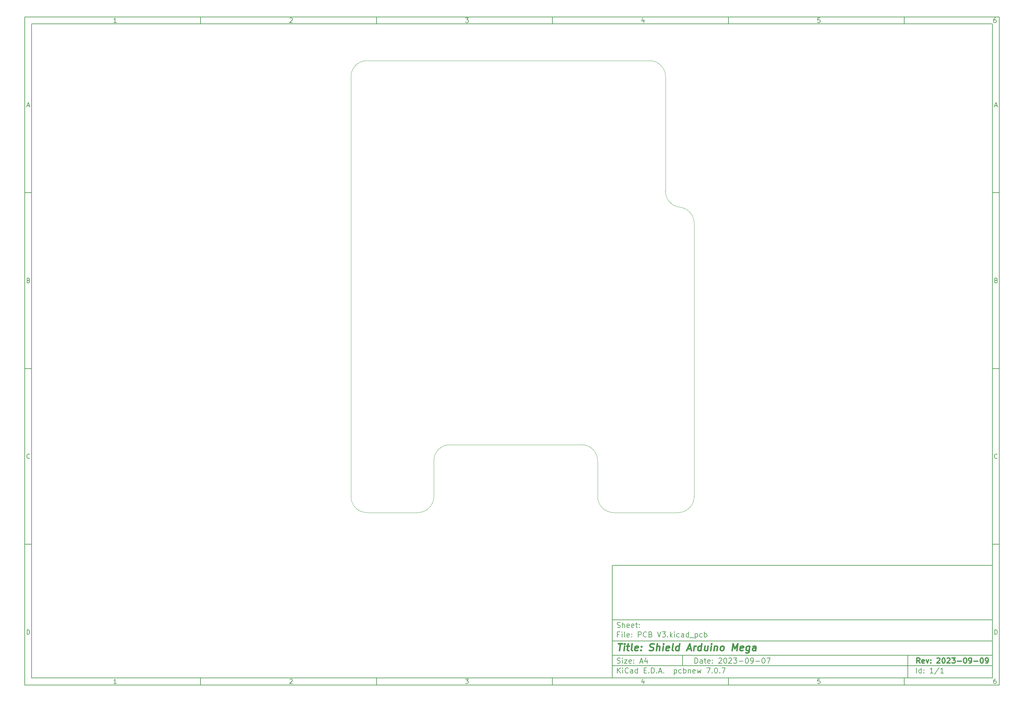
<source format=gbr>
%TF.GenerationSoftware,KiCad,Pcbnew,7.0.7*%
%TF.CreationDate,2023-09-09T19:16:14-03:00*%
%TF.ProjectId,PCB V3,50434220-5633-42e6-9b69-6361645f7063,2023-09-09*%
%TF.SameCoordinates,Original*%
%TF.FileFunction,Profile,NP*%
%FSLAX46Y46*%
G04 Gerber Fmt 4.6, Leading zero omitted, Abs format (unit mm)*
G04 Created by KiCad (PCBNEW 7.0.7) date 2023-09-09 19:16:14*
%MOMM*%
%LPD*%
G01*
G04 APERTURE LIST*
%ADD10C,0.100000*%
%ADD11C,0.150000*%
%ADD12C,0.300000*%
%ADD13C,0.400000*%
%TA.AperFunction,Profile*%
%ADD14C,0.100000*%
%TD*%
G04 APERTURE END LIST*
D10*
D11*
X177002200Y-166007200D02*
X285002200Y-166007200D01*
X285002200Y-198007200D01*
X177002200Y-198007200D01*
X177002200Y-166007200D01*
D10*
D11*
X10000000Y-10000000D02*
X287002200Y-10000000D01*
X287002200Y-200007200D01*
X10000000Y-200007200D01*
X10000000Y-10000000D01*
D10*
D11*
X12000000Y-12000000D02*
X285002200Y-12000000D01*
X285002200Y-198007200D01*
X12000000Y-198007200D01*
X12000000Y-12000000D01*
D10*
D11*
X60000000Y-12000000D02*
X60000000Y-10000000D01*
D10*
D11*
X110000000Y-12000000D02*
X110000000Y-10000000D01*
D10*
D11*
X160000000Y-12000000D02*
X160000000Y-10000000D01*
D10*
D11*
X210000000Y-12000000D02*
X210000000Y-10000000D01*
D10*
D11*
X260000000Y-12000000D02*
X260000000Y-10000000D01*
D10*
D11*
X36089160Y-11593604D02*
X35346303Y-11593604D01*
X35717731Y-11593604D02*
X35717731Y-10293604D01*
X35717731Y-10293604D02*
X35593922Y-10479319D01*
X35593922Y-10479319D02*
X35470112Y-10603128D01*
X35470112Y-10603128D02*
X35346303Y-10665033D01*
D10*
D11*
X85346303Y-10417414D02*
X85408207Y-10355509D01*
X85408207Y-10355509D02*
X85532017Y-10293604D01*
X85532017Y-10293604D02*
X85841541Y-10293604D01*
X85841541Y-10293604D02*
X85965350Y-10355509D01*
X85965350Y-10355509D02*
X86027255Y-10417414D01*
X86027255Y-10417414D02*
X86089160Y-10541223D01*
X86089160Y-10541223D02*
X86089160Y-10665033D01*
X86089160Y-10665033D02*
X86027255Y-10850747D01*
X86027255Y-10850747D02*
X85284398Y-11593604D01*
X85284398Y-11593604D02*
X86089160Y-11593604D01*
D10*
D11*
X135284398Y-10293604D02*
X136089160Y-10293604D01*
X136089160Y-10293604D02*
X135655826Y-10788842D01*
X135655826Y-10788842D02*
X135841541Y-10788842D01*
X135841541Y-10788842D02*
X135965350Y-10850747D01*
X135965350Y-10850747D02*
X136027255Y-10912652D01*
X136027255Y-10912652D02*
X136089160Y-11036461D01*
X136089160Y-11036461D02*
X136089160Y-11345985D01*
X136089160Y-11345985D02*
X136027255Y-11469795D01*
X136027255Y-11469795D02*
X135965350Y-11531700D01*
X135965350Y-11531700D02*
X135841541Y-11593604D01*
X135841541Y-11593604D02*
X135470112Y-11593604D01*
X135470112Y-11593604D02*
X135346303Y-11531700D01*
X135346303Y-11531700D02*
X135284398Y-11469795D01*
D10*
D11*
X185965350Y-10726938D02*
X185965350Y-11593604D01*
X185655826Y-10231700D02*
X185346303Y-11160271D01*
X185346303Y-11160271D02*
X186151064Y-11160271D01*
D10*
D11*
X236027255Y-10293604D02*
X235408207Y-10293604D01*
X235408207Y-10293604D02*
X235346303Y-10912652D01*
X235346303Y-10912652D02*
X235408207Y-10850747D01*
X235408207Y-10850747D02*
X235532017Y-10788842D01*
X235532017Y-10788842D02*
X235841541Y-10788842D01*
X235841541Y-10788842D02*
X235965350Y-10850747D01*
X235965350Y-10850747D02*
X236027255Y-10912652D01*
X236027255Y-10912652D02*
X236089160Y-11036461D01*
X236089160Y-11036461D02*
X236089160Y-11345985D01*
X236089160Y-11345985D02*
X236027255Y-11469795D01*
X236027255Y-11469795D02*
X235965350Y-11531700D01*
X235965350Y-11531700D02*
X235841541Y-11593604D01*
X235841541Y-11593604D02*
X235532017Y-11593604D01*
X235532017Y-11593604D02*
X235408207Y-11531700D01*
X235408207Y-11531700D02*
X235346303Y-11469795D01*
D10*
D11*
X285965350Y-10293604D02*
X285717731Y-10293604D01*
X285717731Y-10293604D02*
X285593922Y-10355509D01*
X285593922Y-10355509D02*
X285532017Y-10417414D01*
X285532017Y-10417414D02*
X285408207Y-10603128D01*
X285408207Y-10603128D02*
X285346303Y-10850747D01*
X285346303Y-10850747D02*
X285346303Y-11345985D01*
X285346303Y-11345985D02*
X285408207Y-11469795D01*
X285408207Y-11469795D02*
X285470112Y-11531700D01*
X285470112Y-11531700D02*
X285593922Y-11593604D01*
X285593922Y-11593604D02*
X285841541Y-11593604D01*
X285841541Y-11593604D02*
X285965350Y-11531700D01*
X285965350Y-11531700D02*
X286027255Y-11469795D01*
X286027255Y-11469795D02*
X286089160Y-11345985D01*
X286089160Y-11345985D02*
X286089160Y-11036461D01*
X286089160Y-11036461D02*
X286027255Y-10912652D01*
X286027255Y-10912652D02*
X285965350Y-10850747D01*
X285965350Y-10850747D02*
X285841541Y-10788842D01*
X285841541Y-10788842D02*
X285593922Y-10788842D01*
X285593922Y-10788842D02*
X285470112Y-10850747D01*
X285470112Y-10850747D02*
X285408207Y-10912652D01*
X285408207Y-10912652D02*
X285346303Y-11036461D01*
D10*
D11*
X60000000Y-198007200D02*
X60000000Y-200007200D01*
D10*
D11*
X110000000Y-198007200D02*
X110000000Y-200007200D01*
D10*
D11*
X160000000Y-198007200D02*
X160000000Y-200007200D01*
D10*
D11*
X210000000Y-198007200D02*
X210000000Y-200007200D01*
D10*
D11*
X260000000Y-198007200D02*
X260000000Y-200007200D01*
D10*
D11*
X36089160Y-199600804D02*
X35346303Y-199600804D01*
X35717731Y-199600804D02*
X35717731Y-198300804D01*
X35717731Y-198300804D02*
X35593922Y-198486519D01*
X35593922Y-198486519D02*
X35470112Y-198610328D01*
X35470112Y-198610328D02*
X35346303Y-198672233D01*
D10*
D11*
X85346303Y-198424614D02*
X85408207Y-198362709D01*
X85408207Y-198362709D02*
X85532017Y-198300804D01*
X85532017Y-198300804D02*
X85841541Y-198300804D01*
X85841541Y-198300804D02*
X85965350Y-198362709D01*
X85965350Y-198362709D02*
X86027255Y-198424614D01*
X86027255Y-198424614D02*
X86089160Y-198548423D01*
X86089160Y-198548423D02*
X86089160Y-198672233D01*
X86089160Y-198672233D02*
X86027255Y-198857947D01*
X86027255Y-198857947D02*
X85284398Y-199600804D01*
X85284398Y-199600804D02*
X86089160Y-199600804D01*
D10*
D11*
X135284398Y-198300804D02*
X136089160Y-198300804D01*
X136089160Y-198300804D02*
X135655826Y-198796042D01*
X135655826Y-198796042D02*
X135841541Y-198796042D01*
X135841541Y-198796042D02*
X135965350Y-198857947D01*
X135965350Y-198857947D02*
X136027255Y-198919852D01*
X136027255Y-198919852D02*
X136089160Y-199043661D01*
X136089160Y-199043661D02*
X136089160Y-199353185D01*
X136089160Y-199353185D02*
X136027255Y-199476995D01*
X136027255Y-199476995D02*
X135965350Y-199538900D01*
X135965350Y-199538900D02*
X135841541Y-199600804D01*
X135841541Y-199600804D02*
X135470112Y-199600804D01*
X135470112Y-199600804D02*
X135346303Y-199538900D01*
X135346303Y-199538900D02*
X135284398Y-199476995D01*
D10*
D11*
X185965350Y-198734138D02*
X185965350Y-199600804D01*
X185655826Y-198238900D02*
X185346303Y-199167471D01*
X185346303Y-199167471D02*
X186151064Y-199167471D01*
D10*
D11*
X236027255Y-198300804D02*
X235408207Y-198300804D01*
X235408207Y-198300804D02*
X235346303Y-198919852D01*
X235346303Y-198919852D02*
X235408207Y-198857947D01*
X235408207Y-198857947D02*
X235532017Y-198796042D01*
X235532017Y-198796042D02*
X235841541Y-198796042D01*
X235841541Y-198796042D02*
X235965350Y-198857947D01*
X235965350Y-198857947D02*
X236027255Y-198919852D01*
X236027255Y-198919852D02*
X236089160Y-199043661D01*
X236089160Y-199043661D02*
X236089160Y-199353185D01*
X236089160Y-199353185D02*
X236027255Y-199476995D01*
X236027255Y-199476995D02*
X235965350Y-199538900D01*
X235965350Y-199538900D02*
X235841541Y-199600804D01*
X235841541Y-199600804D02*
X235532017Y-199600804D01*
X235532017Y-199600804D02*
X235408207Y-199538900D01*
X235408207Y-199538900D02*
X235346303Y-199476995D01*
D10*
D11*
X285965350Y-198300804D02*
X285717731Y-198300804D01*
X285717731Y-198300804D02*
X285593922Y-198362709D01*
X285593922Y-198362709D02*
X285532017Y-198424614D01*
X285532017Y-198424614D02*
X285408207Y-198610328D01*
X285408207Y-198610328D02*
X285346303Y-198857947D01*
X285346303Y-198857947D02*
X285346303Y-199353185D01*
X285346303Y-199353185D02*
X285408207Y-199476995D01*
X285408207Y-199476995D02*
X285470112Y-199538900D01*
X285470112Y-199538900D02*
X285593922Y-199600804D01*
X285593922Y-199600804D02*
X285841541Y-199600804D01*
X285841541Y-199600804D02*
X285965350Y-199538900D01*
X285965350Y-199538900D02*
X286027255Y-199476995D01*
X286027255Y-199476995D02*
X286089160Y-199353185D01*
X286089160Y-199353185D02*
X286089160Y-199043661D01*
X286089160Y-199043661D02*
X286027255Y-198919852D01*
X286027255Y-198919852D02*
X285965350Y-198857947D01*
X285965350Y-198857947D02*
X285841541Y-198796042D01*
X285841541Y-198796042D02*
X285593922Y-198796042D01*
X285593922Y-198796042D02*
X285470112Y-198857947D01*
X285470112Y-198857947D02*
X285408207Y-198919852D01*
X285408207Y-198919852D02*
X285346303Y-199043661D01*
D10*
D11*
X10000000Y-60000000D02*
X12000000Y-60000000D01*
D10*
D11*
X10000000Y-110000000D02*
X12000000Y-110000000D01*
D10*
D11*
X10000000Y-160000000D02*
X12000000Y-160000000D01*
D10*
D11*
X10690476Y-35222176D02*
X11309523Y-35222176D01*
X10566666Y-35593604D02*
X10999999Y-34293604D01*
X10999999Y-34293604D02*
X11433333Y-35593604D01*
D10*
D11*
X11092857Y-84912652D02*
X11278571Y-84974557D01*
X11278571Y-84974557D02*
X11340476Y-85036461D01*
X11340476Y-85036461D02*
X11402380Y-85160271D01*
X11402380Y-85160271D02*
X11402380Y-85345985D01*
X11402380Y-85345985D02*
X11340476Y-85469795D01*
X11340476Y-85469795D02*
X11278571Y-85531700D01*
X11278571Y-85531700D02*
X11154761Y-85593604D01*
X11154761Y-85593604D02*
X10659523Y-85593604D01*
X10659523Y-85593604D02*
X10659523Y-84293604D01*
X10659523Y-84293604D02*
X11092857Y-84293604D01*
X11092857Y-84293604D02*
X11216666Y-84355509D01*
X11216666Y-84355509D02*
X11278571Y-84417414D01*
X11278571Y-84417414D02*
X11340476Y-84541223D01*
X11340476Y-84541223D02*
X11340476Y-84665033D01*
X11340476Y-84665033D02*
X11278571Y-84788842D01*
X11278571Y-84788842D02*
X11216666Y-84850747D01*
X11216666Y-84850747D02*
X11092857Y-84912652D01*
X11092857Y-84912652D02*
X10659523Y-84912652D01*
D10*
D11*
X11402380Y-135469795D02*
X11340476Y-135531700D01*
X11340476Y-135531700D02*
X11154761Y-135593604D01*
X11154761Y-135593604D02*
X11030952Y-135593604D01*
X11030952Y-135593604D02*
X10845238Y-135531700D01*
X10845238Y-135531700D02*
X10721428Y-135407890D01*
X10721428Y-135407890D02*
X10659523Y-135284080D01*
X10659523Y-135284080D02*
X10597619Y-135036461D01*
X10597619Y-135036461D02*
X10597619Y-134850747D01*
X10597619Y-134850747D02*
X10659523Y-134603128D01*
X10659523Y-134603128D02*
X10721428Y-134479319D01*
X10721428Y-134479319D02*
X10845238Y-134355509D01*
X10845238Y-134355509D02*
X11030952Y-134293604D01*
X11030952Y-134293604D02*
X11154761Y-134293604D01*
X11154761Y-134293604D02*
X11340476Y-134355509D01*
X11340476Y-134355509D02*
X11402380Y-134417414D01*
D10*
D11*
X10659523Y-185593604D02*
X10659523Y-184293604D01*
X10659523Y-184293604D02*
X10969047Y-184293604D01*
X10969047Y-184293604D02*
X11154761Y-184355509D01*
X11154761Y-184355509D02*
X11278571Y-184479319D01*
X11278571Y-184479319D02*
X11340476Y-184603128D01*
X11340476Y-184603128D02*
X11402380Y-184850747D01*
X11402380Y-184850747D02*
X11402380Y-185036461D01*
X11402380Y-185036461D02*
X11340476Y-185284080D01*
X11340476Y-185284080D02*
X11278571Y-185407890D01*
X11278571Y-185407890D02*
X11154761Y-185531700D01*
X11154761Y-185531700D02*
X10969047Y-185593604D01*
X10969047Y-185593604D02*
X10659523Y-185593604D01*
D10*
D11*
X287002200Y-60000000D02*
X285002200Y-60000000D01*
D10*
D11*
X287002200Y-110000000D02*
X285002200Y-110000000D01*
D10*
D11*
X287002200Y-160000000D02*
X285002200Y-160000000D01*
D10*
D11*
X285692676Y-35222176D02*
X286311723Y-35222176D01*
X285568866Y-35593604D02*
X286002199Y-34293604D01*
X286002199Y-34293604D02*
X286435533Y-35593604D01*
D10*
D11*
X286095057Y-84912652D02*
X286280771Y-84974557D01*
X286280771Y-84974557D02*
X286342676Y-85036461D01*
X286342676Y-85036461D02*
X286404580Y-85160271D01*
X286404580Y-85160271D02*
X286404580Y-85345985D01*
X286404580Y-85345985D02*
X286342676Y-85469795D01*
X286342676Y-85469795D02*
X286280771Y-85531700D01*
X286280771Y-85531700D02*
X286156961Y-85593604D01*
X286156961Y-85593604D02*
X285661723Y-85593604D01*
X285661723Y-85593604D02*
X285661723Y-84293604D01*
X285661723Y-84293604D02*
X286095057Y-84293604D01*
X286095057Y-84293604D02*
X286218866Y-84355509D01*
X286218866Y-84355509D02*
X286280771Y-84417414D01*
X286280771Y-84417414D02*
X286342676Y-84541223D01*
X286342676Y-84541223D02*
X286342676Y-84665033D01*
X286342676Y-84665033D02*
X286280771Y-84788842D01*
X286280771Y-84788842D02*
X286218866Y-84850747D01*
X286218866Y-84850747D02*
X286095057Y-84912652D01*
X286095057Y-84912652D02*
X285661723Y-84912652D01*
D10*
D11*
X286404580Y-135469795D02*
X286342676Y-135531700D01*
X286342676Y-135531700D02*
X286156961Y-135593604D01*
X286156961Y-135593604D02*
X286033152Y-135593604D01*
X286033152Y-135593604D02*
X285847438Y-135531700D01*
X285847438Y-135531700D02*
X285723628Y-135407890D01*
X285723628Y-135407890D02*
X285661723Y-135284080D01*
X285661723Y-135284080D02*
X285599819Y-135036461D01*
X285599819Y-135036461D02*
X285599819Y-134850747D01*
X285599819Y-134850747D02*
X285661723Y-134603128D01*
X285661723Y-134603128D02*
X285723628Y-134479319D01*
X285723628Y-134479319D02*
X285847438Y-134355509D01*
X285847438Y-134355509D02*
X286033152Y-134293604D01*
X286033152Y-134293604D02*
X286156961Y-134293604D01*
X286156961Y-134293604D02*
X286342676Y-134355509D01*
X286342676Y-134355509D02*
X286404580Y-134417414D01*
D10*
D11*
X285661723Y-185593604D02*
X285661723Y-184293604D01*
X285661723Y-184293604D02*
X285971247Y-184293604D01*
X285971247Y-184293604D02*
X286156961Y-184355509D01*
X286156961Y-184355509D02*
X286280771Y-184479319D01*
X286280771Y-184479319D02*
X286342676Y-184603128D01*
X286342676Y-184603128D02*
X286404580Y-184850747D01*
X286404580Y-184850747D02*
X286404580Y-185036461D01*
X286404580Y-185036461D02*
X286342676Y-185284080D01*
X286342676Y-185284080D02*
X286280771Y-185407890D01*
X286280771Y-185407890D02*
X286156961Y-185531700D01*
X286156961Y-185531700D02*
X285971247Y-185593604D01*
X285971247Y-185593604D02*
X285661723Y-185593604D01*
D10*
D11*
X200458026Y-193793328D02*
X200458026Y-192293328D01*
X200458026Y-192293328D02*
X200815169Y-192293328D01*
X200815169Y-192293328D02*
X201029455Y-192364757D01*
X201029455Y-192364757D02*
X201172312Y-192507614D01*
X201172312Y-192507614D02*
X201243741Y-192650471D01*
X201243741Y-192650471D02*
X201315169Y-192936185D01*
X201315169Y-192936185D02*
X201315169Y-193150471D01*
X201315169Y-193150471D02*
X201243741Y-193436185D01*
X201243741Y-193436185D02*
X201172312Y-193579042D01*
X201172312Y-193579042D02*
X201029455Y-193721900D01*
X201029455Y-193721900D02*
X200815169Y-193793328D01*
X200815169Y-193793328D02*
X200458026Y-193793328D01*
X202600884Y-193793328D02*
X202600884Y-193007614D01*
X202600884Y-193007614D02*
X202529455Y-192864757D01*
X202529455Y-192864757D02*
X202386598Y-192793328D01*
X202386598Y-192793328D02*
X202100884Y-192793328D01*
X202100884Y-192793328D02*
X201958026Y-192864757D01*
X202600884Y-193721900D02*
X202458026Y-193793328D01*
X202458026Y-193793328D02*
X202100884Y-193793328D01*
X202100884Y-193793328D02*
X201958026Y-193721900D01*
X201958026Y-193721900D02*
X201886598Y-193579042D01*
X201886598Y-193579042D02*
X201886598Y-193436185D01*
X201886598Y-193436185D02*
X201958026Y-193293328D01*
X201958026Y-193293328D02*
X202100884Y-193221900D01*
X202100884Y-193221900D02*
X202458026Y-193221900D01*
X202458026Y-193221900D02*
X202600884Y-193150471D01*
X203100884Y-192793328D02*
X203672312Y-192793328D01*
X203315169Y-192293328D02*
X203315169Y-193579042D01*
X203315169Y-193579042D02*
X203386598Y-193721900D01*
X203386598Y-193721900D02*
X203529455Y-193793328D01*
X203529455Y-193793328D02*
X203672312Y-193793328D01*
X204743741Y-193721900D02*
X204600884Y-193793328D01*
X204600884Y-193793328D02*
X204315170Y-193793328D01*
X204315170Y-193793328D02*
X204172312Y-193721900D01*
X204172312Y-193721900D02*
X204100884Y-193579042D01*
X204100884Y-193579042D02*
X204100884Y-193007614D01*
X204100884Y-193007614D02*
X204172312Y-192864757D01*
X204172312Y-192864757D02*
X204315170Y-192793328D01*
X204315170Y-192793328D02*
X204600884Y-192793328D01*
X204600884Y-192793328D02*
X204743741Y-192864757D01*
X204743741Y-192864757D02*
X204815170Y-193007614D01*
X204815170Y-193007614D02*
X204815170Y-193150471D01*
X204815170Y-193150471D02*
X204100884Y-193293328D01*
X205458026Y-193650471D02*
X205529455Y-193721900D01*
X205529455Y-193721900D02*
X205458026Y-193793328D01*
X205458026Y-193793328D02*
X205386598Y-193721900D01*
X205386598Y-193721900D02*
X205458026Y-193650471D01*
X205458026Y-193650471D02*
X205458026Y-193793328D01*
X205458026Y-192864757D02*
X205529455Y-192936185D01*
X205529455Y-192936185D02*
X205458026Y-193007614D01*
X205458026Y-193007614D02*
X205386598Y-192936185D01*
X205386598Y-192936185D02*
X205458026Y-192864757D01*
X205458026Y-192864757D02*
X205458026Y-193007614D01*
X207243741Y-192436185D02*
X207315169Y-192364757D01*
X207315169Y-192364757D02*
X207458027Y-192293328D01*
X207458027Y-192293328D02*
X207815169Y-192293328D01*
X207815169Y-192293328D02*
X207958027Y-192364757D01*
X207958027Y-192364757D02*
X208029455Y-192436185D01*
X208029455Y-192436185D02*
X208100884Y-192579042D01*
X208100884Y-192579042D02*
X208100884Y-192721900D01*
X208100884Y-192721900D02*
X208029455Y-192936185D01*
X208029455Y-192936185D02*
X207172312Y-193793328D01*
X207172312Y-193793328D02*
X208100884Y-193793328D01*
X209029455Y-192293328D02*
X209172312Y-192293328D01*
X209172312Y-192293328D02*
X209315169Y-192364757D01*
X209315169Y-192364757D02*
X209386598Y-192436185D01*
X209386598Y-192436185D02*
X209458026Y-192579042D01*
X209458026Y-192579042D02*
X209529455Y-192864757D01*
X209529455Y-192864757D02*
X209529455Y-193221900D01*
X209529455Y-193221900D02*
X209458026Y-193507614D01*
X209458026Y-193507614D02*
X209386598Y-193650471D01*
X209386598Y-193650471D02*
X209315169Y-193721900D01*
X209315169Y-193721900D02*
X209172312Y-193793328D01*
X209172312Y-193793328D02*
X209029455Y-193793328D01*
X209029455Y-193793328D02*
X208886598Y-193721900D01*
X208886598Y-193721900D02*
X208815169Y-193650471D01*
X208815169Y-193650471D02*
X208743740Y-193507614D01*
X208743740Y-193507614D02*
X208672312Y-193221900D01*
X208672312Y-193221900D02*
X208672312Y-192864757D01*
X208672312Y-192864757D02*
X208743740Y-192579042D01*
X208743740Y-192579042D02*
X208815169Y-192436185D01*
X208815169Y-192436185D02*
X208886598Y-192364757D01*
X208886598Y-192364757D02*
X209029455Y-192293328D01*
X210100883Y-192436185D02*
X210172311Y-192364757D01*
X210172311Y-192364757D02*
X210315169Y-192293328D01*
X210315169Y-192293328D02*
X210672311Y-192293328D01*
X210672311Y-192293328D02*
X210815169Y-192364757D01*
X210815169Y-192364757D02*
X210886597Y-192436185D01*
X210886597Y-192436185D02*
X210958026Y-192579042D01*
X210958026Y-192579042D02*
X210958026Y-192721900D01*
X210958026Y-192721900D02*
X210886597Y-192936185D01*
X210886597Y-192936185D02*
X210029454Y-193793328D01*
X210029454Y-193793328D02*
X210958026Y-193793328D01*
X211458025Y-192293328D02*
X212386597Y-192293328D01*
X212386597Y-192293328D02*
X211886597Y-192864757D01*
X211886597Y-192864757D02*
X212100882Y-192864757D01*
X212100882Y-192864757D02*
X212243740Y-192936185D01*
X212243740Y-192936185D02*
X212315168Y-193007614D01*
X212315168Y-193007614D02*
X212386597Y-193150471D01*
X212386597Y-193150471D02*
X212386597Y-193507614D01*
X212386597Y-193507614D02*
X212315168Y-193650471D01*
X212315168Y-193650471D02*
X212243740Y-193721900D01*
X212243740Y-193721900D02*
X212100882Y-193793328D01*
X212100882Y-193793328D02*
X211672311Y-193793328D01*
X211672311Y-193793328D02*
X211529454Y-193721900D01*
X211529454Y-193721900D02*
X211458025Y-193650471D01*
X213029453Y-193221900D02*
X214172311Y-193221900D01*
X215172311Y-192293328D02*
X215315168Y-192293328D01*
X215315168Y-192293328D02*
X215458025Y-192364757D01*
X215458025Y-192364757D02*
X215529454Y-192436185D01*
X215529454Y-192436185D02*
X215600882Y-192579042D01*
X215600882Y-192579042D02*
X215672311Y-192864757D01*
X215672311Y-192864757D02*
X215672311Y-193221900D01*
X215672311Y-193221900D02*
X215600882Y-193507614D01*
X215600882Y-193507614D02*
X215529454Y-193650471D01*
X215529454Y-193650471D02*
X215458025Y-193721900D01*
X215458025Y-193721900D02*
X215315168Y-193793328D01*
X215315168Y-193793328D02*
X215172311Y-193793328D01*
X215172311Y-193793328D02*
X215029454Y-193721900D01*
X215029454Y-193721900D02*
X214958025Y-193650471D01*
X214958025Y-193650471D02*
X214886596Y-193507614D01*
X214886596Y-193507614D02*
X214815168Y-193221900D01*
X214815168Y-193221900D02*
X214815168Y-192864757D01*
X214815168Y-192864757D02*
X214886596Y-192579042D01*
X214886596Y-192579042D02*
X214958025Y-192436185D01*
X214958025Y-192436185D02*
X215029454Y-192364757D01*
X215029454Y-192364757D02*
X215172311Y-192293328D01*
X216386596Y-193793328D02*
X216672310Y-193793328D01*
X216672310Y-193793328D02*
X216815167Y-193721900D01*
X216815167Y-193721900D02*
X216886596Y-193650471D01*
X216886596Y-193650471D02*
X217029453Y-193436185D01*
X217029453Y-193436185D02*
X217100882Y-193150471D01*
X217100882Y-193150471D02*
X217100882Y-192579042D01*
X217100882Y-192579042D02*
X217029453Y-192436185D01*
X217029453Y-192436185D02*
X216958025Y-192364757D01*
X216958025Y-192364757D02*
X216815167Y-192293328D01*
X216815167Y-192293328D02*
X216529453Y-192293328D01*
X216529453Y-192293328D02*
X216386596Y-192364757D01*
X216386596Y-192364757D02*
X216315167Y-192436185D01*
X216315167Y-192436185D02*
X216243739Y-192579042D01*
X216243739Y-192579042D02*
X216243739Y-192936185D01*
X216243739Y-192936185D02*
X216315167Y-193079042D01*
X216315167Y-193079042D02*
X216386596Y-193150471D01*
X216386596Y-193150471D02*
X216529453Y-193221900D01*
X216529453Y-193221900D02*
X216815167Y-193221900D01*
X216815167Y-193221900D02*
X216958025Y-193150471D01*
X216958025Y-193150471D02*
X217029453Y-193079042D01*
X217029453Y-193079042D02*
X217100882Y-192936185D01*
X217743738Y-193221900D02*
X218886596Y-193221900D01*
X219886596Y-192293328D02*
X220029453Y-192293328D01*
X220029453Y-192293328D02*
X220172310Y-192364757D01*
X220172310Y-192364757D02*
X220243739Y-192436185D01*
X220243739Y-192436185D02*
X220315167Y-192579042D01*
X220315167Y-192579042D02*
X220386596Y-192864757D01*
X220386596Y-192864757D02*
X220386596Y-193221900D01*
X220386596Y-193221900D02*
X220315167Y-193507614D01*
X220315167Y-193507614D02*
X220243739Y-193650471D01*
X220243739Y-193650471D02*
X220172310Y-193721900D01*
X220172310Y-193721900D02*
X220029453Y-193793328D01*
X220029453Y-193793328D02*
X219886596Y-193793328D01*
X219886596Y-193793328D02*
X219743739Y-193721900D01*
X219743739Y-193721900D02*
X219672310Y-193650471D01*
X219672310Y-193650471D02*
X219600881Y-193507614D01*
X219600881Y-193507614D02*
X219529453Y-193221900D01*
X219529453Y-193221900D02*
X219529453Y-192864757D01*
X219529453Y-192864757D02*
X219600881Y-192579042D01*
X219600881Y-192579042D02*
X219672310Y-192436185D01*
X219672310Y-192436185D02*
X219743739Y-192364757D01*
X219743739Y-192364757D02*
X219886596Y-192293328D01*
X220886595Y-192293328D02*
X221886595Y-192293328D01*
X221886595Y-192293328D02*
X221243738Y-193793328D01*
D10*
D11*
X177002200Y-194507200D02*
X285002200Y-194507200D01*
D10*
D11*
X178458026Y-196593328D02*
X178458026Y-195093328D01*
X179315169Y-196593328D02*
X178672312Y-195736185D01*
X179315169Y-195093328D02*
X178458026Y-195950471D01*
X179958026Y-196593328D02*
X179958026Y-195593328D01*
X179958026Y-195093328D02*
X179886598Y-195164757D01*
X179886598Y-195164757D02*
X179958026Y-195236185D01*
X179958026Y-195236185D02*
X180029455Y-195164757D01*
X180029455Y-195164757D02*
X179958026Y-195093328D01*
X179958026Y-195093328D02*
X179958026Y-195236185D01*
X181529455Y-196450471D02*
X181458027Y-196521900D01*
X181458027Y-196521900D02*
X181243741Y-196593328D01*
X181243741Y-196593328D02*
X181100884Y-196593328D01*
X181100884Y-196593328D02*
X180886598Y-196521900D01*
X180886598Y-196521900D02*
X180743741Y-196379042D01*
X180743741Y-196379042D02*
X180672312Y-196236185D01*
X180672312Y-196236185D02*
X180600884Y-195950471D01*
X180600884Y-195950471D02*
X180600884Y-195736185D01*
X180600884Y-195736185D02*
X180672312Y-195450471D01*
X180672312Y-195450471D02*
X180743741Y-195307614D01*
X180743741Y-195307614D02*
X180886598Y-195164757D01*
X180886598Y-195164757D02*
X181100884Y-195093328D01*
X181100884Y-195093328D02*
X181243741Y-195093328D01*
X181243741Y-195093328D02*
X181458027Y-195164757D01*
X181458027Y-195164757D02*
X181529455Y-195236185D01*
X182815170Y-196593328D02*
X182815170Y-195807614D01*
X182815170Y-195807614D02*
X182743741Y-195664757D01*
X182743741Y-195664757D02*
X182600884Y-195593328D01*
X182600884Y-195593328D02*
X182315170Y-195593328D01*
X182315170Y-195593328D02*
X182172312Y-195664757D01*
X182815170Y-196521900D02*
X182672312Y-196593328D01*
X182672312Y-196593328D02*
X182315170Y-196593328D01*
X182315170Y-196593328D02*
X182172312Y-196521900D01*
X182172312Y-196521900D02*
X182100884Y-196379042D01*
X182100884Y-196379042D02*
X182100884Y-196236185D01*
X182100884Y-196236185D02*
X182172312Y-196093328D01*
X182172312Y-196093328D02*
X182315170Y-196021900D01*
X182315170Y-196021900D02*
X182672312Y-196021900D01*
X182672312Y-196021900D02*
X182815170Y-195950471D01*
X184172313Y-196593328D02*
X184172313Y-195093328D01*
X184172313Y-196521900D02*
X184029455Y-196593328D01*
X184029455Y-196593328D02*
X183743741Y-196593328D01*
X183743741Y-196593328D02*
X183600884Y-196521900D01*
X183600884Y-196521900D02*
X183529455Y-196450471D01*
X183529455Y-196450471D02*
X183458027Y-196307614D01*
X183458027Y-196307614D02*
X183458027Y-195879042D01*
X183458027Y-195879042D02*
X183529455Y-195736185D01*
X183529455Y-195736185D02*
X183600884Y-195664757D01*
X183600884Y-195664757D02*
X183743741Y-195593328D01*
X183743741Y-195593328D02*
X184029455Y-195593328D01*
X184029455Y-195593328D02*
X184172313Y-195664757D01*
X186029455Y-195807614D02*
X186529455Y-195807614D01*
X186743741Y-196593328D02*
X186029455Y-196593328D01*
X186029455Y-196593328D02*
X186029455Y-195093328D01*
X186029455Y-195093328D02*
X186743741Y-195093328D01*
X187386598Y-196450471D02*
X187458027Y-196521900D01*
X187458027Y-196521900D02*
X187386598Y-196593328D01*
X187386598Y-196593328D02*
X187315170Y-196521900D01*
X187315170Y-196521900D02*
X187386598Y-196450471D01*
X187386598Y-196450471D02*
X187386598Y-196593328D01*
X188100884Y-196593328D02*
X188100884Y-195093328D01*
X188100884Y-195093328D02*
X188458027Y-195093328D01*
X188458027Y-195093328D02*
X188672313Y-195164757D01*
X188672313Y-195164757D02*
X188815170Y-195307614D01*
X188815170Y-195307614D02*
X188886599Y-195450471D01*
X188886599Y-195450471D02*
X188958027Y-195736185D01*
X188958027Y-195736185D02*
X188958027Y-195950471D01*
X188958027Y-195950471D02*
X188886599Y-196236185D01*
X188886599Y-196236185D02*
X188815170Y-196379042D01*
X188815170Y-196379042D02*
X188672313Y-196521900D01*
X188672313Y-196521900D02*
X188458027Y-196593328D01*
X188458027Y-196593328D02*
X188100884Y-196593328D01*
X189600884Y-196450471D02*
X189672313Y-196521900D01*
X189672313Y-196521900D02*
X189600884Y-196593328D01*
X189600884Y-196593328D02*
X189529456Y-196521900D01*
X189529456Y-196521900D02*
X189600884Y-196450471D01*
X189600884Y-196450471D02*
X189600884Y-196593328D01*
X190243742Y-196164757D02*
X190958028Y-196164757D01*
X190100885Y-196593328D02*
X190600885Y-195093328D01*
X190600885Y-195093328D02*
X191100885Y-196593328D01*
X191600884Y-196450471D02*
X191672313Y-196521900D01*
X191672313Y-196521900D02*
X191600884Y-196593328D01*
X191600884Y-196593328D02*
X191529456Y-196521900D01*
X191529456Y-196521900D02*
X191600884Y-196450471D01*
X191600884Y-196450471D02*
X191600884Y-196593328D01*
X194600884Y-195593328D02*
X194600884Y-197093328D01*
X194600884Y-195664757D02*
X194743742Y-195593328D01*
X194743742Y-195593328D02*
X195029456Y-195593328D01*
X195029456Y-195593328D02*
X195172313Y-195664757D01*
X195172313Y-195664757D02*
X195243742Y-195736185D01*
X195243742Y-195736185D02*
X195315170Y-195879042D01*
X195315170Y-195879042D02*
X195315170Y-196307614D01*
X195315170Y-196307614D02*
X195243742Y-196450471D01*
X195243742Y-196450471D02*
X195172313Y-196521900D01*
X195172313Y-196521900D02*
X195029456Y-196593328D01*
X195029456Y-196593328D02*
X194743742Y-196593328D01*
X194743742Y-196593328D02*
X194600884Y-196521900D01*
X196600885Y-196521900D02*
X196458027Y-196593328D01*
X196458027Y-196593328D02*
X196172313Y-196593328D01*
X196172313Y-196593328D02*
X196029456Y-196521900D01*
X196029456Y-196521900D02*
X195958027Y-196450471D01*
X195958027Y-196450471D02*
X195886599Y-196307614D01*
X195886599Y-196307614D02*
X195886599Y-195879042D01*
X195886599Y-195879042D02*
X195958027Y-195736185D01*
X195958027Y-195736185D02*
X196029456Y-195664757D01*
X196029456Y-195664757D02*
X196172313Y-195593328D01*
X196172313Y-195593328D02*
X196458027Y-195593328D01*
X196458027Y-195593328D02*
X196600885Y-195664757D01*
X197243741Y-196593328D02*
X197243741Y-195093328D01*
X197243741Y-195664757D02*
X197386599Y-195593328D01*
X197386599Y-195593328D02*
X197672313Y-195593328D01*
X197672313Y-195593328D02*
X197815170Y-195664757D01*
X197815170Y-195664757D02*
X197886599Y-195736185D01*
X197886599Y-195736185D02*
X197958027Y-195879042D01*
X197958027Y-195879042D02*
X197958027Y-196307614D01*
X197958027Y-196307614D02*
X197886599Y-196450471D01*
X197886599Y-196450471D02*
X197815170Y-196521900D01*
X197815170Y-196521900D02*
X197672313Y-196593328D01*
X197672313Y-196593328D02*
X197386599Y-196593328D01*
X197386599Y-196593328D02*
X197243741Y-196521900D01*
X198600884Y-195593328D02*
X198600884Y-196593328D01*
X198600884Y-195736185D02*
X198672313Y-195664757D01*
X198672313Y-195664757D02*
X198815170Y-195593328D01*
X198815170Y-195593328D02*
X199029456Y-195593328D01*
X199029456Y-195593328D02*
X199172313Y-195664757D01*
X199172313Y-195664757D02*
X199243742Y-195807614D01*
X199243742Y-195807614D02*
X199243742Y-196593328D01*
X200529456Y-196521900D02*
X200386599Y-196593328D01*
X200386599Y-196593328D02*
X200100885Y-196593328D01*
X200100885Y-196593328D02*
X199958027Y-196521900D01*
X199958027Y-196521900D02*
X199886599Y-196379042D01*
X199886599Y-196379042D02*
X199886599Y-195807614D01*
X199886599Y-195807614D02*
X199958027Y-195664757D01*
X199958027Y-195664757D02*
X200100885Y-195593328D01*
X200100885Y-195593328D02*
X200386599Y-195593328D01*
X200386599Y-195593328D02*
X200529456Y-195664757D01*
X200529456Y-195664757D02*
X200600885Y-195807614D01*
X200600885Y-195807614D02*
X200600885Y-195950471D01*
X200600885Y-195950471D02*
X199886599Y-196093328D01*
X201100884Y-195593328D02*
X201386599Y-196593328D01*
X201386599Y-196593328D02*
X201672313Y-195879042D01*
X201672313Y-195879042D02*
X201958027Y-196593328D01*
X201958027Y-196593328D02*
X202243741Y-195593328D01*
X203815170Y-195093328D02*
X204815170Y-195093328D01*
X204815170Y-195093328D02*
X204172313Y-196593328D01*
X205386598Y-196450471D02*
X205458027Y-196521900D01*
X205458027Y-196521900D02*
X205386598Y-196593328D01*
X205386598Y-196593328D02*
X205315170Y-196521900D01*
X205315170Y-196521900D02*
X205386598Y-196450471D01*
X205386598Y-196450471D02*
X205386598Y-196593328D01*
X206386599Y-195093328D02*
X206529456Y-195093328D01*
X206529456Y-195093328D02*
X206672313Y-195164757D01*
X206672313Y-195164757D02*
X206743742Y-195236185D01*
X206743742Y-195236185D02*
X206815170Y-195379042D01*
X206815170Y-195379042D02*
X206886599Y-195664757D01*
X206886599Y-195664757D02*
X206886599Y-196021900D01*
X206886599Y-196021900D02*
X206815170Y-196307614D01*
X206815170Y-196307614D02*
X206743742Y-196450471D01*
X206743742Y-196450471D02*
X206672313Y-196521900D01*
X206672313Y-196521900D02*
X206529456Y-196593328D01*
X206529456Y-196593328D02*
X206386599Y-196593328D01*
X206386599Y-196593328D02*
X206243742Y-196521900D01*
X206243742Y-196521900D02*
X206172313Y-196450471D01*
X206172313Y-196450471D02*
X206100884Y-196307614D01*
X206100884Y-196307614D02*
X206029456Y-196021900D01*
X206029456Y-196021900D02*
X206029456Y-195664757D01*
X206029456Y-195664757D02*
X206100884Y-195379042D01*
X206100884Y-195379042D02*
X206172313Y-195236185D01*
X206172313Y-195236185D02*
X206243742Y-195164757D01*
X206243742Y-195164757D02*
X206386599Y-195093328D01*
X207529455Y-196450471D02*
X207600884Y-196521900D01*
X207600884Y-196521900D02*
X207529455Y-196593328D01*
X207529455Y-196593328D02*
X207458027Y-196521900D01*
X207458027Y-196521900D02*
X207529455Y-196450471D01*
X207529455Y-196450471D02*
X207529455Y-196593328D01*
X208100884Y-195093328D02*
X209100884Y-195093328D01*
X209100884Y-195093328D02*
X208458027Y-196593328D01*
D10*
D11*
X177002200Y-191507200D02*
X285002200Y-191507200D01*
D10*
D12*
X264413853Y-193785528D02*
X263913853Y-193071242D01*
X263556710Y-193785528D02*
X263556710Y-192285528D01*
X263556710Y-192285528D02*
X264128139Y-192285528D01*
X264128139Y-192285528D02*
X264270996Y-192356957D01*
X264270996Y-192356957D02*
X264342425Y-192428385D01*
X264342425Y-192428385D02*
X264413853Y-192571242D01*
X264413853Y-192571242D02*
X264413853Y-192785528D01*
X264413853Y-192785528D02*
X264342425Y-192928385D01*
X264342425Y-192928385D02*
X264270996Y-192999814D01*
X264270996Y-192999814D02*
X264128139Y-193071242D01*
X264128139Y-193071242D02*
X263556710Y-193071242D01*
X265628139Y-193714100D02*
X265485282Y-193785528D01*
X265485282Y-193785528D02*
X265199568Y-193785528D01*
X265199568Y-193785528D02*
X265056710Y-193714100D01*
X265056710Y-193714100D02*
X264985282Y-193571242D01*
X264985282Y-193571242D02*
X264985282Y-192999814D01*
X264985282Y-192999814D02*
X265056710Y-192856957D01*
X265056710Y-192856957D02*
X265199568Y-192785528D01*
X265199568Y-192785528D02*
X265485282Y-192785528D01*
X265485282Y-192785528D02*
X265628139Y-192856957D01*
X265628139Y-192856957D02*
X265699568Y-192999814D01*
X265699568Y-192999814D02*
X265699568Y-193142671D01*
X265699568Y-193142671D02*
X264985282Y-193285528D01*
X266199567Y-192785528D02*
X266556710Y-193785528D01*
X266556710Y-193785528D02*
X266913853Y-192785528D01*
X267485281Y-193642671D02*
X267556710Y-193714100D01*
X267556710Y-193714100D02*
X267485281Y-193785528D01*
X267485281Y-193785528D02*
X267413853Y-193714100D01*
X267413853Y-193714100D02*
X267485281Y-193642671D01*
X267485281Y-193642671D02*
X267485281Y-193785528D01*
X267485281Y-192856957D02*
X267556710Y-192928385D01*
X267556710Y-192928385D02*
X267485281Y-192999814D01*
X267485281Y-192999814D02*
X267413853Y-192928385D01*
X267413853Y-192928385D02*
X267485281Y-192856957D01*
X267485281Y-192856957D02*
X267485281Y-192999814D01*
X269270996Y-192428385D02*
X269342424Y-192356957D01*
X269342424Y-192356957D02*
X269485282Y-192285528D01*
X269485282Y-192285528D02*
X269842424Y-192285528D01*
X269842424Y-192285528D02*
X269985282Y-192356957D01*
X269985282Y-192356957D02*
X270056710Y-192428385D01*
X270056710Y-192428385D02*
X270128139Y-192571242D01*
X270128139Y-192571242D02*
X270128139Y-192714100D01*
X270128139Y-192714100D02*
X270056710Y-192928385D01*
X270056710Y-192928385D02*
X269199567Y-193785528D01*
X269199567Y-193785528D02*
X270128139Y-193785528D01*
X271056710Y-192285528D02*
X271199567Y-192285528D01*
X271199567Y-192285528D02*
X271342424Y-192356957D01*
X271342424Y-192356957D02*
X271413853Y-192428385D01*
X271413853Y-192428385D02*
X271485281Y-192571242D01*
X271485281Y-192571242D02*
X271556710Y-192856957D01*
X271556710Y-192856957D02*
X271556710Y-193214100D01*
X271556710Y-193214100D02*
X271485281Y-193499814D01*
X271485281Y-193499814D02*
X271413853Y-193642671D01*
X271413853Y-193642671D02*
X271342424Y-193714100D01*
X271342424Y-193714100D02*
X271199567Y-193785528D01*
X271199567Y-193785528D02*
X271056710Y-193785528D01*
X271056710Y-193785528D02*
X270913853Y-193714100D01*
X270913853Y-193714100D02*
X270842424Y-193642671D01*
X270842424Y-193642671D02*
X270770995Y-193499814D01*
X270770995Y-193499814D02*
X270699567Y-193214100D01*
X270699567Y-193214100D02*
X270699567Y-192856957D01*
X270699567Y-192856957D02*
X270770995Y-192571242D01*
X270770995Y-192571242D02*
X270842424Y-192428385D01*
X270842424Y-192428385D02*
X270913853Y-192356957D01*
X270913853Y-192356957D02*
X271056710Y-192285528D01*
X272128138Y-192428385D02*
X272199566Y-192356957D01*
X272199566Y-192356957D02*
X272342424Y-192285528D01*
X272342424Y-192285528D02*
X272699566Y-192285528D01*
X272699566Y-192285528D02*
X272842424Y-192356957D01*
X272842424Y-192356957D02*
X272913852Y-192428385D01*
X272913852Y-192428385D02*
X272985281Y-192571242D01*
X272985281Y-192571242D02*
X272985281Y-192714100D01*
X272985281Y-192714100D02*
X272913852Y-192928385D01*
X272913852Y-192928385D02*
X272056709Y-193785528D01*
X272056709Y-193785528D02*
X272985281Y-193785528D01*
X273485280Y-192285528D02*
X274413852Y-192285528D01*
X274413852Y-192285528D02*
X273913852Y-192856957D01*
X273913852Y-192856957D02*
X274128137Y-192856957D01*
X274128137Y-192856957D02*
X274270995Y-192928385D01*
X274270995Y-192928385D02*
X274342423Y-192999814D01*
X274342423Y-192999814D02*
X274413852Y-193142671D01*
X274413852Y-193142671D02*
X274413852Y-193499814D01*
X274413852Y-193499814D02*
X274342423Y-193642671D01*
X274342423Y-193642671D02*
X274270995Y-193714100D01*
X274270995Y-193714100D02*
X274128137Y-193785528D01*
X274128137Y-193785528D02*
X273699566Y-193785528D01*
X273699566Y-193785528D02*
X273556709Y-193714100D01*
X273556709Y-193714100D02*
X273485280Y-193642671D01*
X275056708Y-193214100D02*
X276199566Y-193214100D01*
X277199566Y-192285528D02*
X277342423Y-192285528D01*
X277342423Y-192285528D02*
X277485280Y-192356957D01*
X277485280Y-192356957D02*
X277556709Y-192428385D01*
X277556709Y-192428385D02*
X277628137Y-192571242D01*
X277628137Y-192571242D02*
X277699566Y-192856957D01*
X277699566Y-192856957D02*
X277699566Y-193214100D01*
X277699566Y-193214100D02*
X277628137Y-193499814D01*
X277628137Y-193499814D02*
X277556709Y-193642671D01*
X277556709Y-193642671D02*
X277485280Y-193714100D01*
X277485280Y-193714100D02*
X277342423Y-193785528D01*
X277342423Y-193785528D02*
X277199566Y-193785528D01*
X277199566Y-193785528D02*
X277056709Y-193714100D01*
X277056709Y-193714100D02*
X276985280Y-193642671D01*
X276985280Y-193642671D02*
X276913851Y-193499814D01*
X276913851Y-193499814D02*
X276842423Y-193214100D01*
X276842423Y-193214100D02*
X276842423Y-192856957D01*
X276842423Y-192856957D02*
X276913851Y-192571242D01*
X276913851Y-192571242D02*
X276985280Y-192428385D01*
X276985280Y-192428385D02*
X277056709Y-192356957D01*
X277056709Y-192356957D02*
X277199566Y-192285528D01*
X278413851Y-193785528D02*
X278699565Y-193785528D01*
X278699565Y-193785528D02*
X278842422Y-193714100D01*
X278842422Y-193714100D02*
X278913851Y-193642671D01*
X278913851Y-193642671D02*
X279056708Y-193428385D01*
X279056708Y-193428385D02*
X279128137Y-193142671D01*
X279128137Y-193142671D02*
X279128137Y-192571242D01*
X279128137Y-192571242D02*
X279056708Y-192428385D01*
X279056708Y-192428385D02*
X278985280Y-192356957D01*
X278985280Y-192356957D02*
X278842422Y-192285528D01*
X278842422Y-192285528D02*
X278556708Y-192285528D01*
X278556708Y-192285528D02*
X278413851Y-192356957D01*
X278413851Y-192356957D02*
X278342422Y-192428385D01*
X278342422Y-192428385D02*
X278270994Y-192571242D01*
X278270994Y-192571242D02*
X278270994Y-192928385D01*
X278270994Y-192928385D02*
X278342422Y-193071242D01*
X278342422Y-193071242D02*
X278413851Y-193142671D01*
X278413851Y-193142671D02*
X278556708Y-193214100D01*
X278556708Y-193214100D02*
X278842422Y-193214100D01*
X278842422Y-193214100D02*
X278985280Y-193142671D01*
X278985280Y-193142671D02*
X279056708Y-193071242D01*
X279056708Y-193071242D02*
X279128137Y-192928385D01*
X279770993Y-193214100D02*
X280913851Y-193214100D01*
X281913851Y-192285528D02*
X282056708Y-192285528D01*
X282056708Y-192285528D02*
X282199565Y-192356957D01*
X282199565Y-192356957D02*
X282270994Y-192428385D01*
X282270994Y-192428385D02*
X282342422Y-192571242D01*
X282342422Y-192571242D02*
X282413851Y-192856957D01*
X282413851Y-192856957D02*
X282413851Y-193214100D01*
X282413851Y-193214100D02*
X282342422Y-193499814D01*
X282342422Y-193499814D02*
X282270994Y-193642671D01*
X282270994Y-193642671D02*
X282199565Y-193714100D01*
X282199565Y-193714100D02*
X282056708Y-193785528D01*
X282056708Y-193785528D02*
X281913851Y-193785528D01*
X281913851Y-193785528D02*
X281770994Y-193714100D01*
X281770994Y-193714100D02*
X281699565Y-193642671D01*
X281699565Y-193642671D02*
X281628136Y-193499814D01*
X281628136Y-193499814D02*
X281556708Y-193214100D01*
X281556708Y-193214100D02*
X281556708Y-192856957D01*
X281556708Y-192856957D02*
X281628136Y-192571242D01*
X281628136Y-192571242D02*
X281699565Y-192428385D01*
X281699565Y-192428385D02*
X281770994Y-192356957D01*
X281770994Y-192356957D02*
X281913851Y-192285528D01*
X283128136Y-193785528D02*
X283413850Y-193785528D01*
X283413850Y-193785528D02*
X283556707Y-193714100D01*
X283556707Y-193714100D02*
X283628136Y-193642671D01*
X283628136Y-193642671D02*
X283770993Y-193428385D01*
X283770993Y-193428385D02*
X283842422Y-193142671D01*
X283842422Y-193142671D02*
X283842422Y-192571242D01*
X283842422Y-192571242D02*
X283770993Y-192428385D01*
X283770993Y-192428385D02*
X283699565Y-192356957D01*
X283699565Y-192356957D02*
X283556707Y-192285528D01*
X283556707Y-192285528D02*
X283270993Y-192285528D01*
X283270993Y-192285528D02*
X283128136Y-192356957D01*
X283128136Y-192356957D02*
X283056707Y-192428385D01*
X283056707Y-192428385D02*
X282985279Y-192571242D01*
X282985279Y-192571242D02*
X282985279Y-192928385D01*
X282985279Y-192928385D02*
X283056707Y-193071242D01*
X283056707Y-193071242D02*
X283128136Y-193142671D01*
X283128136Y-193142671D02*
X283270993Y-193214100D01*
X283270993Y-193214100D02*
X283556707Y-193214100D01*
X283556707Y-193214100D02*
X283699565Y-193142671D01*
X283699565Y-193142671D02*
X283770993Y-193071242D01*
X283770993Y-193071242D02*
X283842422Y-192928385D01*
D10*
D11*
X178386598Y-193721900D02*
X178600884Y-193793328D01*
X178600884Y-193793328D02*
X178958026Y-193793328D01*
X178958026Y-193793328D02*
X179100884Y-193721900D01*
X179100884Y-193721900D02*
X179172312Y-193650471D01*
X179172312Y-193650471D02*
X179243741Y-193507614D01*
X179243741Y-193507614D02*
X179243741Y-193364757D01*
X179243741Y-193364757D02*
X179172312Y-193221900D01*
X179172312Y-193221900D02*
X179100884Y-193150471D01*
X179100884Y-193150471D02*
X178958026Y-193079042D01*
X178958026Y-193079042D02*
X178672312Y-193007614D01*
X178672312Y-193007614D02*
X178529455Y-192936185D01*
X178529455Y-192936185D02*
X178458026Y-192864757D01*
X178458026Y-192864757D02*
X178386598Y-192721900D01*
X178386598Y-192721900D02*
X178386598Y-192579042D01*
X178386598Y-192579042D02*
X178458026Y-192436185D01*
X178458026Y-192436185D02*
X178529455Y-192364757D01*
X178529455Y-192364757D02*
X178672312Y-192293328D01*
X178672312Y-192293328D02*
X179029455Y-192293328D01*
X179029455Y-192293328D02*
X179243741Y-192364757D01*
X179886597Y-193793328D02*
X179886597Y-192793328D01*
X179886597Y-192293328D02*
X179815169Y-192364757D01*
X179815169Y-192364757D02*
X179886597Y-192436185D01*
X179886597Y-192436185D02*
X179958026Y-192364757D01*
X179958026Y-192364757D02*
X179886597Y-192293328D01*
X179886597Y-192293328D02*
X179886597Y-192436185D01*
X180458026Y-192793328D02*
X181243741Y-192793328D01*
X181243741Y-192793328D02*
X180458026Y-193793328D01*
X180458026Y-193793328D02*
X181243741Y-193793328D01*
X182386598Y-193721900D02*
X182243741Y-193793328D01*
X182243741Y-193793328D02*
X181958027Y-193793328D01*
X181958027Y-193793328D02*
X181815169Y-193721900D01*
X181815169Y-193721900D02*
X181743741Y-193579042D01*
X181743741Y-193579042D02*
X181743741Y-193007614D01*
X181743741Y-193007614D02*
X181815169Y-192864757D01*
X181815169Y-192864757D02*
X181958027Y-192793328D01*
X181958027Y-192793328D02*
X182243741Y-192793328D01*
X182243741Y-192793328D02*
X182386598Y-192864757D01*
X182386598Y-192864757D02*
X182458027Y-193007614D01*
X182458027Y-193007614D02*
X182458027Y-193150471D01*
X182458027Y-193150471D02*
X181743741Y-193293328D01*
X183100883Y-193650471D02*
X183172312Y-193721900D01*
X183172312Y-193721900D02*
X183100883Y-193793328D01*
X183100883Y-193793328D02*
X183029455Y-193721900D01*
X183029455Y-193721900D02*
X183100883Y-193650471D01*
X183100883Y-193650471D02*
X183100883Y-193793328D01*
X183100883Y-192864757D02*
X183172312Y-192936185D01*
X183172312Y-192936185D02*
X183100883Y-193007614D01*
X183100883Y-193007614D02*
X183029455Y-192936185D01*
X183029455Y-192936185D02*
X183100883Y-192864757D01*
X183100883Y-192864757D02*
X183100883Y-193007614D01*
X184886598Y-193364757D02*
X185600884Y-193364757D01*
X184743741Y-193793328D02*
X185243741Y-192293328D01*
X185243741Y-192293328D02*
X185743741Y-193793328D01*
X186886598Y-192793328D02*
X186886598Y-193793328D01*
X186529455Y-192221900D02*
X186172312Y-193293328D01*
X186172312Y-193293328D02*
X187100883Y-193293328D01*
D10*
D11*
X263458026Y-196593328D02*
X263458026Y-195093328D01*
X264815170Y-196593328D02*
X264815170Y-195093328D01*
X264815170Y-196521900D02*
X264672312Y-196593328D01*
X264672312Y-196593328D02*
X264386598Y-196593328D01*
X264386598Y-196593328D02*
X264243741Y-196521900D01*
X264243741Y-196521900D02*
X264172312Y-196450471D01*
X264172312Y-196450471D02*
X264100884Y-196307614D01*
X264100884Y-196307614D02*
X264100884Y-195879042D01*
X264100884Y-195879042D02*
X264172312Y-195736185D01*
X264172312Y-195736185D02*
X264243741Y-195664757D01*
X264243741Y-195664757D02*
X264386598Y-195593328D01*
X264386598Y-195593328D02*
X264672312Y-195593328D01*
X264672312Y-195593328D02*
X264815170Y-195664757D01*
X265529455Y-196450471D02*
X265600884Y-196521900D01*
X265600884Y-196521900D02*
X265529455Y-196593328D01*
X265529455Y-196593328D02*
X265458027Y-196521900D01*
X265458027Y-196521900D02*
X265529455Y-196450471D01*
X265529455Y-196450471D02*
X265529455Y-196593328D01*
X265529455Y-195664757D02*
X265600884Y-195736185D01*
X265600884Y-195736185D02*
X265529455Y-195807614D01*
X265529455Y-195807614D02*
X265458027Y-195736185D01*
X265458027Y-195736185D02*
X265529455Y-195664757D01*
X265529455Y-195664757D02*
X265529455Y-195807614D01*
X268172313Y-196593328D02*
X267315170Y-196593328D01*
X267743741Y-196593328D02*
X267743741Y-195093328D01*
X267743741Y-195093328D02*
X267600884Y-195307614D01*
X267600884Y-195307614D02*
X267458027Y-195450471D01*
X267458027Y-195450471D02*
X267315170Y-195521900D01*
X269886598Y-195021900D02*
X268600884Y-196950471D01*
X271172313Y-196593328D02*
X270315170Y-196593328D01*
X270743741Y-196593328D02*
X270743741Y-195093328D01*
X270743741Y-195093328D02*
X270600884Y-195307614D01*
X270600884Y-195307614D02*
X270458027Y-195450471D01*
X270458027Y-195450471D02*
X270315170Y-195521900D01*
D10*
D11*
X177002200Y-187507200D02*
X285002200Y-187507200D01*
D10*
D13*
X178693928Y-188211638D02*
X179836785Y-188211638D01*
X179015357Y-190211638D02*
X179265357Y-188211638D01*
X180253452Y-190211638D02*
X180420119Y-188878304D01*
X180503452Y-188211638D02*
X180396309Y-188306876D01*
X180396309Y-188306876D02*
X180479643Y-188402114D01*
X180479643Y-188402114D02*
X180586786Y-188306876D01*
X180586786Y-188306876D02*
X180503452Y-188211638D01*
X180503452Y-188211638D02*
X180479643Y-188402114D01*
X181086786Y-188878304D02*
X181848690Y-188878304D01*
X181455833Y-188211638D02*
X181241548Y-189925923D01*
X181241548Y-189925923D02*
X181312976Y-190116400D01*
X181312976Y-190116400D02*
X181491548Y-190211638D01*
X181491548Y-190211638D02*
X181682024Y-190211638D01*
X182634405Y-190211638D02*
X182455833Y-190116400D01*
X182455833Y-190116400D02*
X182384405Y-189925923D01*
X182384405Y-189925923D02*
X182598690Y-188211638D01*
X184170119Y-190116400D02*
X183967738Y-190211638D01*
X183967738Y-190211638D02*
X183586785Y-190211638D01*
X183586785Y-190211638D02*
X183408214Y-190116400D01*
X183408214Y-190116400D02*
X183336785Y-189925923D01*
X183336785Y-189925923D02*
X183432024Y-189164019D01*
X183432024Y-189164019D02*
X183551071Y-188973542D01*
X183551071Y-188973542D02*
X183753452Y-188878304D01*
X183753452Y-188878304D02*
X184134404Y-188878304D01*
X184134404Y-188878304D02*
X184312976Y-188973542D01*
X184312976Y-188973542D02*
X184384404Y-189164019D01*
X184384404Y-189164019D02*
X184360595Y-189354495D01*
X184360595Y-189354495D02*
X183384404Y-189544971D01*
X185134405Y-190021161D02*
X185217738Y-190116400D01*
X185217738Y-190116400D02*
X185110595Y-190211638D01*
X185110595Y-190211638D02*
X185027262Y-190116400D01*
X185027262Y-190116400D02*
X185134405Y-190021161D01*
X185134405Y-190021161D02*
X185110595Y-190211638D01*
X185265357Y-188973542D02*
X185348690Y-189068780D01*
X185348690Y-189068780D02*
X185241548Y-189164019D01*
X185241548Y-189164019D02*
X185158214Y-189068780D01*
X185158214Y-189068780D02*
X185265357Y-188973542D01*
X185265357Y-188973542D02*
X185241548Y-189164019D01*
X187503453Y-190116400D02*
X187777262Y-190211638D01*
X187777262Y-190211638D02*
X188253453Y-190211638D01*
X188253453Y-190211638D02*
X188455834Y-190116400D01*
X188455834Y-190116400D02*
X188562977Y-190021161D01*
X188562977Y-190021161D02*
X188682024Y-189830685D01*
X188682024Y-189830685D02*
X188705834Y-189640209D01*
X188705834Y-189640209D02*
X188634405Y-189449733D01*
X188634405Y-189449733D02*
X188551072Y-189354495D01*
X188551072Y-189354495D02*
X188372501Y-189259257D01*
X188372501Y-189259257D02*
X188003453Y-189164019D01*
X188003453Y-189164019D02*
X187824881Y-189068780D01*
X187824881Y-189068780D02*
X187741548Y-188973542D01*
X187741548Y-188973542D02*
X187670120Y-188783066D01*
X187670120Y-188783066D02*
X187693929Y-188592590D01*
X187693929Y-188592590D02*
X187812977Y-188402114D01*
X187812977Y-188402114D02*
X187920120Y-188306876D01*
X187920120Y-188306876D02*
X188122501Y-188211638D01*
X188122501Y-188211638D02*
X188598691Y-188211638D01*
X188598691Y-188211638D02*
X188872501Y-188306876D01*
X189491548Y-190211638D02*
X189741548Y-188211638D01*
X190348691Y-190211638D02*
X190479643Y-189164019D01*
X190479643Y-189164019D02*
X190408215Y-188973542D01*
X190408215Y-188973542D02*
X190229643Y-188878304D01*
X190229643Y-188878304D02*
X189943929Y-188878304D01*
X189943929Y-188878304D02*
X189741548Y-188973542D01*
X189741548Y-188973542D02*
X189634405Y-189068780D01*
X191301072Y-190211638D02*
X191467739Y-188878304D01*
X191551072Y-188211638D02*
X191443929Y-188306876D01*
X191443929Y-188306876D02*
X191527263Y-188402114D01*
X191527263Y-188402114D02*
X191634406Y-188306876D01*
X191634406Y-188306876D02*
X191551072Y-188211638D01*
X191551072Y-188211638D02*
X191527263Y-188402114D01*
X193027263Y-190116400D02*
X192824882Y-190211638D01*
X192824882Y-190211638D02*
X192443929Y-190211638D01*
X192443929Y-190211638D02*
X192265358Y-190116400D01*
X192265358Y-190116400D02*
X192193929Y-189925923D01*
X192193929Y-189925923D02*
X192289168Y-189164019D01*
X192289168Y-189164019D02*
X192408215Y-188973542D01*
X192408215Y-188973542D02*
X192610596Y-188878304D01*
X192610596Y-188878304D02*
X192991548Y-188878304D01*
X192991548Y-188878304D02*
X193170120Y-188973542D01*
X193170120Y-188973542D02*
X193241548Y-189164019D01*
X193241548Y-189164019D02*
X193217739Y-189354495D01*
X193217739Y-189354495D02*
X192241548Y-189544971D01*
X194253454Y-190211638D02*
X194074882Y-190116400D01*
X194074882Y-190116400D02*
X194003454Y-189925923D01*
X194003454Y-189925923D02*
X194217739Y-188211638D01*
X195872501Y-190211638D02*
X196122501Y-188211638D01*
X195884406Y-190116400D02*
X195682025Y-190211638D01*
X195682025Y-190211638D02*
X195301073Y-190211638D01*
X195301073Y-190211638D02*
X195122501Y-190116400D01*
X195122501Y-190116400D02*
X195039168Y-190021161D01*
X195039168Y-190021161D02*
X194967739Y-189830685D01*
X194967739Y-189830685D02*
X195039168Y-189259257D01*
X195039168Y-189259257D02*
X195158215Y-189068780D01*
X195158215Y-189068780D02*
X195265358Y-188973542D01*
X195265358Y-188973542D02*
X195467739Y-188878304D01*
X195467739Y-188878304D02*
X195848692Y-188878304D01*
X195848692Y-188878304D02*
X196027263Y-188973542D01*
X198324883Y-189640209D02*
X199277264Y-189640209D01*
X198062978Y-190211638D02*
X198979645Y-188211638D01*
X198979645Y-188211638D02*
X199396311Y-190211638D01*
X200062978Y-190211638D02*
X200229645Y-188878304D01*
X200182026Y-189259257D02*
X200301073Y-189068780D01*
X200301073Y-189068780D02*
X200408216Y-188973542D01*
X200408216Y-188973542D02*
X200610597Y-188878304D01*
X200610597Y-188878304D02*
X200801073Y-188878304D01*
X202158216Y-190211638D02*
X202408216Y-188211638D01*
X202170121Y-190116400D02*
X201967740Y-190211638D01*
X201967740Y-190211638D02*
X201586788Y-190211638D01*
X201586788Y-190211638D02*
X201408216Y-190116400D01*
X201408216Y-190116400D02*
X201324883Y-190021161D01*
X201324883Y-190021161D02*
X201253454Y-189830685D01*
X201253454Y-189830685D02*
X201324883Y-189259257D01*
X201324883Y-189259257D02*
X201443930Y-189068780D01*
X201443930Y-189068780D02*
X201551073Y-188973542D01*
X201551073Y-188973542D02*
X201753454Y-188878304D01*
X201753454Y-188878304D02*
X202134407Y-188878304D01*
X202134407Y-188878304D02*
X202312978Y-188973542D01*
X204134407Y-188878304D02*
X203967740Y-190211638D01*
X203277264Y-188878304D02*
X203146312Y-189925923D01*
X203146312Y-189925923D02*
X203217740Y-190116400D01*
X203217740Y-190116400D02*
X203396312Y-190211638D01*
X203396312Y-190211638D02*
X203682026Y-190211638D01*
X203682026Y-190211638D02*
X203884407Y-190116400D01*
X203884407Y-190116400D02*
X203991550Y-190021161D01*
X204920121Y-190211638D02*
X205086788Y-188878304D01*
X205170121Y-188211638D02*
X205062978Y-188306876D01*
X205062978Y-188306876D02*
X205146312Y-188402114D01*
X205146312Y-188402114D02*
X205253455Y-188306876D01*
X205253455Y-188306876D02*
X205170121Y-188211638D01*
X205170121Y-188211638D02*
X205146312Y-188402114D01*
X206039169Y-188878304D02*
X205872502Y-190211638D01*
X206015359Y-189068780D02*
X206122502Y-188973542D01*
X206122502Y-188973542D02*
X206324883Y-188878304D01*
X206324883Y-188878304D02*
X206610597Y-188878304D01*
X206610597Y-188878304D02*
X206789169Y-188973542D01*
X206789169Y-188973542D02*
X206860597Y-189164019D01*
X206860597Y-189164019D02*
X206729645Y-190211638D01*
X207967741Y-190211638D02*
X207789169Y-190116400D01*
X207789169Y-190116400D02*
X207705836Y-190021161D01*
X207705836Y-190021161D02*
X207634407Y-189830685D01*
X207634407Y-189830685D02*
X207705836Y-189259257D01*
X207705836Y-189259257D02*
X207824883Y-189068780D01*
X207824883Y-189068780D02*
X207932026Y-188973542D01*
X207932026Y-188973542D02*
X208134407Y-188878304D01*
X208134407Y-188878304D02*
X208420121Y-188878304D01*
X208420121Y-188878304D02*
X208598693Y-188973542D01*
X208598693Y-188973542D02*
X208682026Y-189068780D01*
X208682026Y-189068780D02*
X208753455Y-189259257D01*
X208753455Y-189259257D02*
X208682026Y-189830685D01*
X208682026Y-189830685D02*
X208562979Y-190021161D01*
X208562979Y-190021161D02*
X208455836Y-190116400D01*
X208455836Y-190116400D02*
X208253455Y-190211638D01*
X208253455Y-190211638D02*
X207967741Y-190211638D01*
X211015360Y-190211638D02*
X211265360Y-188211638D01*
X211265360Y-188211638D02*
X211753455Y-189640209D01*
X211753455Y-189640209D02*
X212598694Y-188211638D01*
X212598694Y-188211638D02*
X212348694Y-190211638D01*
X214074884Y-190116400D02*
X213872503Y-190211638D01*
X213872503Y-190211638D02*
X213491550Y-190211638D01*
X213491550Y-190211638D02*
X213312979Y-190116400D01*
X213312979Y-190116400D02*
X213241550Y-189925923D01*
X213241550Y-189925923D02*
X213336789Y-189164019D01*
X213336789Y-189164019D02*
X213455836Y-188973542D01*
X213455836Y-188973542D02*
X213658217Y-188878304D01*
X213658217Y-188878304D02*
X214039169Y-188878304D01*
X214039169Y-188878304D02*
X214217741Y-188973542D01*
X214217741Y-188973542D02*
X214289169Y-189164019D01*
X214289169Y-189164019D02*
X214265360Y-189354495D01*
X214265360Y-189354495D02*
X213289169Y-189544971D01*
X216039170Y-188878304D02*
X215836789Y-190497352D01*
X215836789Y-190497352D02*
X215717741Y-190687828D01*
X215717741Y-190687828D02*
X215610598Y-190783066D01*
X215610598Y-190783066D02*
X215408217Y-190878304D01*
X215408217Y-190878304D02*
X215122503Y-190878304D01*
X215122503Y-190878304D02*
X214943932Y-190783066D01*
X215884408Y-190116400D02*
X215682027Y-190211638D01*
X215682027Y-190211638D02*
X215301075Y-190211638D01*
X215301075Y-190211638D02*
X215122503Y-190116400D01*
X215122503Y-190116400D02*
X215039170Y-190021161D01*
X215039170Y-190021161D02*
X214967741Y-189830685D01*
X214967741Y-189830685D02*
X215039170Y-189259257D01*
X215039170Y-189259257D02*
X215158217Y-189068780D01*
X215158217Y-189068780D02*
X215265360Y-188973542D01*
X215265360Y-188973542D02*
X215467741Y-188878304D01*
X215467741Y-188878304D02*
X215848694Y-188878304D01*
X215848694Y-188878304D02*
X216027265Y-188973542D01*
X217682027Y-190211638D02*
X217812979Y-189164019D01*
X217812979Y-189164019D02*
X217741551Y-188973542D01*
X217741551Y-188973542D02*
X217562979Y-188878304D01*
X217562979Y-188878304D02*
X217182027Y-188878304D01*
X217182027Y-188878304D02*
X216979646Y-188973542D01*
X217693932Y-190116400D02*
X217491551Y-190211638D01*
X217491551Y-190211638D02*
X217015360Y-190211638D01*
X217015360Y-190211638D02*
X216836789Y-190116400D01*
X216836789Y-190116400D02*
X216765360Y-189925923D01*
X216765360Y-189925923D02*
X216789170Y-189735447D01*
X216789170Y-189735447D02*
X216908218Y-189544971D01*
X216908218Y-189544971D02*
X217110599Y-189449733D01*
X217110599Y-189449733D02*
X217586789Y-189449733D01*
X217586789Y-189449733D02*
X217789170Y-189354495D01*
D10*
D11*
X178958026Y-185607614D02*
X178458026Y-185607614D01*
X178458026Y-186393328D02*
X178458026Y-184893328D01*
X178458026Y-184893328D02*
X179172312Y-184893328D01*
X179743740Y-186393328D02*
X179743740Y-185393328D01*
X179743740Y-184893328D02*
X179672312Y-184964757D01*
X179672312Y-184964757D02*
X179743740Y-185036185D01*
X179743740Y-185036185D02*
X179815169Y-184964757D01*
X179815169Y-184964757D02*
X179743740Y-184893328D01*
X179743740Y-184893328D02*
X179743740Y-185036185D01*
X180672312Y-186393328D02*
X180529455Y-186321900D01*
X180529455Y-186321900D02*
X180458026Y-186179042D01*
X180458026Y-186179042D02*
X180458026Y-184893328D01*
X181815169Y-186321900D02*
X181672312Y-186393328D01*
X181672312Y-186393328D02*
X181386598Y-186393328D01*
X181386598Y-186393328D02*
X181243740Y-186321900D01*
X181243740Y-186321900D02*
X181172312Y-186179042D01*
X181172312Y-186179042D02*
X181172312Y-185607614D01*
X181172312Y-185607614D02*
X181243740Y-185464757D01*
X181243740Y-185464757D02*
X181386598Y-185393328D01*
X181386598Y-185393328D02*
X181672312Y-185393328D01*
X181672312Y-185393328D02*
X181815169Y-185464757D01*
X181815169Y-185464757D02*
X181886598Y-185607614D01*
X181886598Y-185607614D02*
X181886598Y-185750471D01*
X181886598Y-185750471D02*
X181172312Y-185893328D01*
X182529454Y-186250471D02*
X182600883Y-186321900D01*
X182600883Y-186321900D02*
X182529454Y-186393328D01*
X182529454Y-186393328D02*
X182458026Y-186321900D01*
X182458026Y-186321900D02*
X182529454Y-186250471D01*
X182529454Y-186250471D02*
X182529454Y-186393328D01*
X182529454Y-185464757D02*
X182600883Y-185536185D01*
X182600883Y-185536185D02*
X182529454Y-185607614D01*
X182529454Y-185607614D02*
X182458026Y-185536185D01*
X182458026Y-185536185D02*
X182529454Y-185464757D01*
X182529454Y-185464757D02*
X182529454Y-185607614D01*
X184386597Y-186393328D02*
X184386597Y-184893328D01*
X184386597Y-184893328D02*
X184958026Y-184893328D01*
X184958026Y-184893328D02*
X185100883Y-184964757D01*
X185100883Y-184964757D02*
X185172312Y-185036185D01*
X185172312Y-185036185D02*
X185243740Y-185179042D01*
X185243740Y-185179042D02*
X185243740Y-185393328D01*
X185243740Y-185393328D02*
X185172312Y-185536185D01*
X185172312Y-185536185D02*
X185100883Y-185607614D01*
X185100883Y-185607614D02*
X184958026Y-185679042D01*
X184958026Y-185679042D02*
X184386597Y-185679042D01*
X186743740Y-186250471D02*
X186672312Y-186321900D01*
X186672312Y-186321900D02*
X186458026Y-186393328D01*
X186458026Y-186393328D02*
X186315169Y-186393328D01*
X186315169Y-186393328D02*
X186100883Y-186321900D01*
X186100883Y-186321900D02*
X185958026Y-186179042D01*
X185958026Y-186179042D02*
X185886597Y-186036185D01*
X185886597Y-186036185D02*
X185815169Y-185750471D01*
X185815169Y-185750471D02*
X185815169Y-185536185D01*
X185815169Y-185536185D02*
X185886597Y-185250471D01*
X185886597Y-185250471D02*
X185958026Y-185107614D01*
X185958026Y-185107614D02*
X186100883Y-184964757D01*
X186100883Y-184964757D02*
X186315169Y-184893328D01*
X186315169Y-184893328D02*
X186458026Y-184893328D01*
X186458026Y-184893328D02*
X186672312Y-184964757D01*
X186672312Y-184964757D02*
X186743740Y-185036185D01*
X187886597Y-185607614D02*
X188100883Y-185679042D01*
X188100883Y-185679042D02*
X188172312Y-185750471D01*
X188172312Y-185750471D02*
X188243740Y-185893328D01*
X188243740Y-185893328D02*
X188243740Y-186107614D01*
X188243740Y-186107614D02*
X188172312Y-186250471D01*
X188172312Y-186250471D02*
X188100883Y-186321900D01*
X188100883Y-186321900D02*
X187958026Y-186393328D01*
X187958026Y-186393328D02*
X187386597Y-186393328D01*
X187386597Y-186393328D02*
X187386597Y-184893328D01*
X187386597Y-184893328D02*
X187886597Y-184893328D01*
X187886597Y-184893328D02*
X188029455Y-184964757D01*
X188029455Y-184964757D02*
X188100883Y-185036185D01*
X188100883Y-185036185D02*
X188172312Y-185179042D01*
X188172312Y-185179042D02*
X188172312Y-185321900D01*
X188172312Y-185321900D02*
X188100883Y-185464757D01*
X188100883Y-185464757D02*
X188029455Y-185536185D01*
X188029455Y-185536185D02*
X187886597Y-185607614D01*
X187886597Y-185607614D02*
X187386597Y-185607614D01*
X189815169Y-184893328D02*
X190315169Y-186393328D01*
X190315169Y-186393328D02*
X190815169Y-184893328D01*
X191172311Y-184893328D02*
X192100883Y-184893328D01*
X192100883Y-184893328D02*
X191600883Y-185464757D01*
X191600883Y-185464757D02*
X191815168Y-185464757D01*
X191815168Y-185464757D02*
X191958026Y-185536185D01*
X191958026Y-185536185D02*
X192029454Y-185607614D01*
X192029454Y-185607614D02*
X192100883Y-185750471D01*
X192100883Y-185750471D02*
X192100883Y-186107614D01*
X192100883Y-186107614D02*
X192029454Y-186250471D01*
X192029454Y-186250471D02*
X191958026Y-186321900D01*
X191958026Y-186321900D02*
X191815168Y-186393328D01*
X191815168Y-186393328D02*
X191386597Y-186393328D01*
X191386597Y-186393328D02*
X191243740Y-186321900D01*
X191243740Y-186321900D02*
X191172311Y-186250471D01*
X192743739Y-186250471D02*
X192815168Y-186321900D01*
X192815168Y-186321900D02*
X192743739Y-186393328D01*
X192743739Y-186393328D02*
X192672311Y-186321900D01*
X192672311Y-186321900D02*
X192743739Y-186250471D01*
X192743739Y-186250471D02*
X192743739Y-186393328D01*
X193458025Y-186393328D02*
X193458025Y-184893328D01*
X193600883Y-185821900D02*
X194029454Y-186393328D01*
X194029454Y-185393328D02*
X193458025Y-185964757D01*
X194672311Y-186393328D02*
X194672311Y-185393328D01*
X194672311Y-184893328D02*
X194600883Y-184964757D01*
X194600883Y-184964757D02*
X194672311Y-185036185D01*
X194672311Y-185036185D02*
X194743740Y-184964757D01*
X194743740Y-184964757D02*
X194672311Y-184893328D01*
X194672311Y-184893328D02*
X194672311Y-185036185D01*
X196029455Y-186321900D02*
X195886597Y-186393328D01*
X195886597Y-186393328D02*
X195600883Y-186393328D01*
X195600883Y-186393328D02*
X195458026Y-186321900D01*
X195458026Y-186321900D02*
X195386597Y-186250471D01*
X195386597Y-186250471D02*
X195315169Y-186107614D01*
X195315169Y-186107614D02*
X195315169Y-185679042D01*
X195315169Y-185679042D02*
X195386597Y-185536185D01*
X195386597Y-185536185D02*
X195458026Y-185464757D01*
X195458026Y-185464757D02*
X195600883Y-185393328D01*
X195600883Y-185393328D02*
X195886597Y-185393328D01*
X195886597Y-185393328D02*
X196029455Y-185464757D01*
X197315169Y-186393328D02*
X197315169Y-185607614D01*
X197315169Y-185607614D02*
X197243740Y-185464757D01*
X197243740Y-185464757D02*
X197100883Y-185393328D01*
X197100883Y-185393328D02*
X196815169Y-185393328D01*
X196815169Y-185393328D02*
X196672311Y-185464757D01*
X197315169Y-186321900D02*
X197172311Y-186393328D01*
X197172311Y-186393328D02*
X196815169Y-186393328D01*
X196815169Y-186393328D02*
X196672311Y-186321900D01*
X196672311Y-186321900D02*
X196600883Y-186179042D01*
X196600883Y-186179042D02*
X196600883Y-186036185D01*
X196600883Y-186036185D02*
X196672311Y-185893328D01*
X196672311Y-185893328D02*
X196815169Y-185821900D01*
X196815169Y-185821900D02*
X197172311Y-185821900D01*
X197172311Y-185821900D02*
X197315169Y-185750471D01*
X198672312Y-186393328D02*
X198672312Y-184893328D01*
X198672312Y-186321900D02*
X198529454Y-186393328D01*
X198529454Y-186393328D02*
X198243740Y-186393328D01*
X198243740Y-186393328D02*
X198100883Y-186321900D01*
X198100883Y-186321900D02*
X198029454Y-186250471D01*
X198029454Y-186250471D02*
X197958026Y-186107614D01*
X197958026Y-186107614D02*
X197958026Y-185679042D01*
X197958026Y-185679042D02*
X198029454Y-185536185D01*
X198029454Y-185536185D02*
X198100883Y-185464757D01*
X198100883Y-185464757D02*
X198243740Y-185393328D01*
X198243740Y-185393328D02*
X198529454Y-185393328D01*
X198529454Y-185393328D02*
X198672312Y-185464757D01*
X199029455Y-186536185D02*
X200172312Y-186536185D01*
X200529454Y-185393328D02*
X200529454Y-186893328D01*
X200529454Y-185464757D02*
X200672312Y-185393328D01*
X200672312Y-185393328D02*
X200958026Y-185393328D01*
X200958026Y-185393328D02*
X201100883Y-185464757D01*
X201100883Y-185464757D02*
X201172312Y-185536185D01*
X201172312Y-185536185D02*
X201243740Y-185679042D01*
X201243740Y-185679042D02*
X201243740Y-186107614D01*
X201243740Y-186107614D02*
X201172312Y-186250471D01*
X201172312Y-186250471D02*
X201100883Y-186321900D01*
X201100883Y-186321900D02*
X200958026Y-186393328D01*
X200958026Y-186393328D02*
X200672312Y-186393328D01*
X200672312Y-186393328D02*
X200529454Y-186321900D01*
X202529455Y-186321900D02*
X202386597Y-186393328D01*
X202386597Y-186393328D02*
X202100883Y-186393328D01*
X202100883Y-186393328D02*
X201958026Y-186321900D01*
X201958026Y-186321900D02*
X201886597Y-186250471D01*
X201886597Y-186250471D02*
X201815169Y-186107614D01*
X201815169Y-186107614D02*
X201815169Y-185679042D01*
X201815169Y-185679042D02*
X201886597Y-185536185D01*
X201886597Y-185536185D02*
X201958026Y-185464757D01*
X201958026Y-185464757D02*
X202100883Y-185393328D01*
X202100883Y-185393328D02*
X202386597Y-185393328D01*
X202386597Y-185393328D02*
X202529455Y-185464757D01*
X203172311Y-186393328D02*
X203172311Y-184893328D01*
X203172311Y-185464757D02*
X203315169Y-185393328D01*
X203315169Y-185393328D02*
X203600883Y-185393328D01*
X203600883Y-185393328D02*
X203743740Y-185464757D01*
X203743740Y-185464757D02*
X203815169Y-185536185D01*
X203815169Y-185536185D02*
X203886597Y-185679042D01*
X203886597Y-185679042D02*
X203886597Y-186107614D01*
X203886597Y-186107614D02*
X203815169Y-186250471D01*
X203815169Y-186250471D02*
X203743740Y-186321900D01*
X203743740Y-186321900D02*
X203600883Y-186393328D01*
X203600883Y-186393328D02*
X203315169Y-186393328D01*
X203315169Y-186393328D02*
X203172311Y-186321900D01*
D10*
D11*
X177002200Y-181507200D02*
X285002200Y-181507200D01*
D10*
D11*
X178386598Y-183621900D02*
X178600884Y-183693328D01*
X178600884Y-183693328D02*
X178958026Y-183693328D01*
X178958026Y-183693328D02*
X179100884Y-183621900D01*
X179100884Y-183621900D02*
X179172312Y-183550471D01*
X179172312Y-183550471D02*
X179243741Y-183407614D01*
X179243741Y-183407614D02*
X179243741Y-183264757D01*
X179243741Y-183264757D02*
X179172312Y-183121900D01*
X179172312Y-183121900D02*
X179100884Y-183050471D01*
X179100884Y-183050471D02*
X178958026Y-182979042D01*
X178958026Y-182979042D02*
X178672312Y-182907614D01*
X178672312Y-182907614D02*
X178529455Y-182836185D01*
X178529455Y-182836185D02*
X178458026Y-182764757D01*
X178458026Y-182764757D02*
X178386598Y-182621900D01*
X178386598Y-182621900D02*
X178386598Y-182479042D01*
X178386598Y-182479042D02*
X178458026Y-182336185D01*
X178458026Y-182336185D02*
X178529455Y-182264757D01*
X178529455Y-182264757D02*
X178672312Y-182193328D01*
X178672312Y-182193328D02*
X179029455Y-182193328D01*
X179029455Y-182193328D02*
X179243741Y-182264757D01*
X179886597Y-183693328D02*
X179886597Y-182193328D01*
X180529455Y-183693328D02*
X180529455Y-182907614D01*
X180529455Y-182907614D02*
X180458026Y-182764757D01*
X180458026Y-182764757D02*
X180315169Y-182693328D01*
X180315169Y-182693328D02*
X180100883Y-182693328D01*
X180100883Y-182693328D02*
X179958026Y-182764757D01*
X179958026Y-182764757D02*
X179886597Y-182836185D01*
X181815169Y-183621900D02*
X181672312Y-183693328D01*
X181672312Y-183693328D02*
X181386598Y-183693328D01*
X181386598Y-183693328D02*
X181243740Y-183621900D01*
X181243740Y-183621900D02*
X181172312Y-183479042D01*
X181172312Y-183479042D02*
X181172312Y-182907614D01*
X181172312Y-182907614D02*
X181243740Y-182764757D01*
X181243740Y-182764757D02*
X181386598Y-182693328D01*
X181386598Y-182693328D02*
X181672312Y-182693328D01*
X181672312Y-182693328D02*
X181815169Y-182764757D01*
X181815169Y-182764757D02*
X181886598Y-182907614D01*
X181886598Y-182907614D02*
X181886598Y-183050471D01*
X181886598Y-183050471D02*
X181172312Y-183193328D01*
X183100883Y-183621900D02*
X182958026Y-183693328D01*
X182958026Y-183693328D02*
X182672312Y-183693328D01*
X182672312Y-183693328D02*
X182529454Y-183621900D01*
X182529454Y-183621900D02*
X182458026Y-183479042D01*
X182458026Y-183479042D02*
X182458026Y-182907614D01*
X182458026Y-182907614D02*
X182529454Y-182764757D01*
X182529454Y-182764757D02*
X182672312Y-182693328D01*
X182672312Y-182693328D02*
X182958026Y-182693328D01*
X182958026Y-182693328D02*
X183100883Y-182764757D01*
X183100883Y-182764757D02*
X183172312Y-182907614D01*
X183172312Y-182907614D02*
X183172312Y-183050471D01*
X183172312Y-183050471D02*
X182458026Y-183193328D01*
X183600883Y-182693328D02*
X184172311Y-182693328D01*
X183815168Y-182193328D02*
X183815168Y-183479042D01*
X183815168Y-183479042D02*
X183886597Y-183621900D01*
X183886597Y-183621900D02*
X184029454Y-183693328D01*
X184029454Y-183693328D02*
X184172311Y-183693328D01*
X184672311Y-183550471D02*
X184743740Y-183621900D01*
X184743740Y-183621900D02*
X184672311Y-183693328D01*
X184672311Y-183693328D02*
X184600883Y-183621900D01*
X184600883Y-183621900D02*
X184672311Y-183550471D01*
X184672311Y-183550471D02*
X184672311Y-183693328D01*
X184672311Y-182764757D02*
X184743740Y-182836185D01*
X184743740Y-182836185D02*
X184672311Y-182907614D01*
X184672311Y-182907614D02*
X184600883Y-182836185D01*
X184600883Y-182836185D02*
X184672311Y-182764757D01*
X184672311Y-182764757D02*
X184672311Y-182907614D01*
D10*
D12*
D10*
D11*
D10*
D11*
D10*
D11*
D10*
D11*
D10*
D11*
X197002200Y-191507200D02*
X197002200Y-194507200D01*
D10*
D11*
X261002200Y-191507200D02*
X261002200Y-198007200D01*
D14*
X192135000Y-27015000D02*
G75*
G03*
X187563000Y-22443000I-4572000J0D01*
G01*
X126279892Y-136235000D02*
X126288124Y-146396243D01*
X192106869Y-59527000D02*
G75*
G03*
X196196537Y-64120982I4597331J-24700D01*
G01*
X107299000Y-22443000D02*
X187563000Y-22443000D01*
X172831000Y-146395000D02*
G75*
G03*
X177403000Y-150967000I4572000J0D01*
G01*
X172831000Y-136235000D02*
G75*
G03*
X168259000Y-131663000I-4572000J0D01*
G01*
X102727000Y-146395000D02*
X102727000Y-27015000D01*
X130851892Y-131662992D02*
G75*
G03*
X126279892Y-136235000I8J-4572008D01*
G01*
X192135000Y-27015000D02*
X192106865Y-59527000D01*
X200263000Y-68671000D02*
X200263000Y-146395000D01*
X195691000Y-150967000D02*
G75*
G03*
X200263000Y-146395000I0J4572000D01*
G01*
X177403000Y-150967000D02*
X195691000Y-150967000D01*
X168259000Y-131663000D02*
X130851892Y-131663000D01*
X107299000Y-22443000D02*
G75*
G03*
X102727000Y-27015000I0J-4572000D01*
G01*
X102727000Y-146395000D02*
G75*
G03*
X107299000Y-150967000I4572000J0D01*
G01*
X121716124Y-150968243D02*
X107299000Y-150967000D01*
X172831000Y-146395000D02*
X172831000Y-136235000D01*
X121716124Y-150968244D02*
G75*
G03*
X126288124Y-146396243I-4J4572004D01*
G01*
X200262933Y-68671000D02*
G75*
G03*
X196196240Y-64123659I-4575633J100D01*
G01*
M02*

</source>
